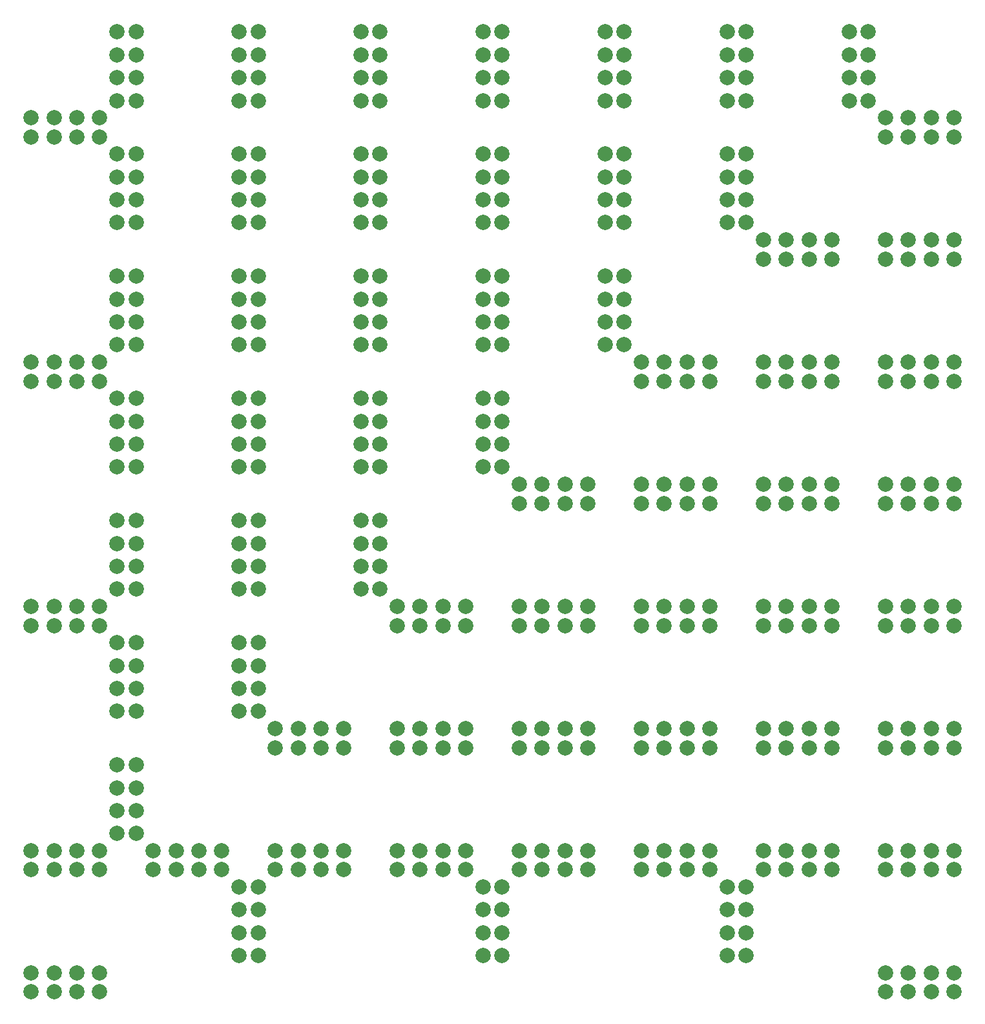
<source format=gbl>
G04 DipTrace 2.4.0.2*
%IN64xAPA102x16mm.gbl*%
%MOMM*%
%ADD17C,2.0*%
%FSLAX53Y53*%
G04*
G71*
G90*
G75*
G01*
%LNBottom*%
%LPD*%
D17*
X131500Y11250D3*
Y8750D3*
X128500Y11250D3*
Y8750D3*
X134500Y11250D3*
Y8750D3*
X125500Y11250D3*
Y8750D3*
X19500Y11250D3*
Y8750D3*
X16500Y11250D3*
Y8750D3*
X22500Y11250D3*
Y8750D3*
X13500Y11250D3*
Y8750D3*
X19500Y27250D3*
Y24750D3*
X16500Y27250D3*
Y24750D3*
X22500Y27250D3*
Y24750D3*
X13500Y27250D3*
Y24750D3*
X27250Y32500D3*
X24750D3*
X27250Y35500D3*
X24750D3*
X27250Y29500D3*
X24750D3*
X27250Y38500D3*
X24750D3*
X32500Y24750D3*
Y27250D3*
X35500Y24750D3*
Y27250D3*
X29500Y24750D3*
Y27250D3*
X38500Y24750D3*
Y27250D3*
X43250Y16500D3*
X40750D3*
X43250Y19500D3*
X40750D3*
X43250Y13500D3*
X40750D3*
X43250Y22500D3*
X40750D3*
X51500Y27250D3*
Y24750D3*
X48500Y27250D3*
Y24750D3*
X54500Y27250D3*
Y24750D3*
X45500Y27250D3*
Y24750D3*
X51500Y43250D3*
Y40750D3*
X48500Y43250D3*
Y40750D3*
X54500Y43250D3*
Y40750D3*
X45500Y43250D3*
Y40750D3*
X40750Y51500D3*
X43250D3*
X40750Y48500D3*
X43250D3*
X40750Y54500D3*
X43250D3*
X40750Y45500D3*
X43250D3*
X24750Y51500D3*
X27250D3*
X24750Y48500D3*
X27250D3*
X24750Y54500D3*
X27250D3*
X24750Y45500D3*
X27250D3*
X19500Y59250D3*
Y56750D3*
X16500Y59250D3*
Y56750D3*
X22500Y59250D3*
Y56750D3*
X13500Y59250D3*
Y56750D3*
X27250Y64500D3*
X24750D3*
X27250Y67500D3*
X24750D3*
X27250Y61500D3*
X24750D3*
X27250Y70500D3*
X24750D3*
X43250Y64500D3*
X40750D3*
X43250Y67500D3*
X40750D3*
X43250Y61500D3*
X40750D3*
X43250Y70500D3*
X40750D3*
X59250Y64500D3*
X56750D3*
X59250Y67500D3*
X56750D3*
X59250Y61500D3*
X56750D3*
X59250Y70500D3*
X56750D3*
X64500Y56750D3*
Y59250D3*
X67500Y56750D3*
Y59250D3*
X61500Y56750D3*
Y59250D3*
X70500Y56750D3*
Y59250D3*
X64500Y40750D3*
Y43250D3*
X67500Y40750D3*
Y43250D3*
X61500Y40750D3*
Y43250D3*
X70500Y40750D3*
Y43250D3*
X64500Y24750D3*
Y27250D3*
X67500Y24750D3*
Y27250D3*
X61500Y24750D3*
Y27250D3*
X70500Y24750D3*
Y27250D3*
X75250Y16500D3*
X72750D3*
X75250Y19500D3*
X72750D3*
X75250Y13500D3*
X72750D3*
X75250Y22500D3*
X72750D3*
X83500Y27250D3*
Y24750D3*
X80500Y27250D3*
Y24750D3*
X86500Y27250D3*
Y24750D3*
X77500Y27250D3*
Y24750D3*
X83500Y43250D3*
Y40750D3*
X80500Y43250D3*
Y40750D3*
X86500Y43250D3*
Y40750D3*
X77500Y43250D3*
Y40750D3*
X83500Y59250D3*
Y56750D3*
X80500Y59250D3*
Y56750D3*
X86500Y59250D3*
Y56750D3*
X77500Y59250D3*
Y56750D3*
X83500Y75250D3*
Y72750D3*
X80500Y75250D3*
Y72750D3*
X86500Y75250D3*
Y72750D3*
X77500Y75250D3*
Y72750D3*
X72750Y83500D3*
X75250D3*
X72750Y80500D3*
X75250D3*
X72750Y86500D3*
X75250D3*
X72750Y77500D3*
X75250D3*
X56750Y83500D3*
X59250D3*
X56750Y80500D3*
X59250D3*
X56750Y86500D3*
X59250D3*
X56750Y77500D3*
X59250D3*
X40750Y83500D3*
X43250D3*
X40750Y80500D3*
X43250D3*
X40750Y86500D3*
X43250D3*
X40750Y77500D3*
X43250D3*
X24750Y83500D3*
X27250D3*
X24750Y80500D3*
X27250D3*
X24750Y86500D3*
X27250D3*
X24750Y77500D3*
X27250D3*
X19500Y91250D3*
Y88750D3*
X16500Y91250D3*
Y88750D3*
X22500Y91250D3*
Y88750D3*
X13500Y91250D3*
Y88750D3*
X27250Y96500D3*
X24750D3*
X27250Y99500D3*
X24750D3*
X27250Y93500D3*
X24750D3*
X27250Y102500D3*
X24750D3*
X43250Y96500D3*
X40750D3*
X43250Y99500D3*
X40750D3*
X43250Y93500D3*
X40750D3*
X43250Y102500D3*
X40750D3*
X59250Y96500D3*
X56750D3*
X59250Y99500D3*
X56750D3*
X59250Y93500D3*
X56750D3*
X59250Y102500D3*
X56750D3*
X75250Y96500D3*
X72750D3*
X75250Y99500D3*
X72750D3*
X75250Y93500D3*
X72750D3*
X75250Y102500D3*
X72750D3*
X91250Y96500D3*
X88750D3*
X91250Y99500D3*
X88750D3*
X91250Y93500D3*
X88750D3*
X91250Y102500D3*
X88750D3*
X96500Y88750D3*
Y91250D3*
X99500Y88750D3*
Y91250D3*
X93500Y88750D3*
Y91250D3*
X102500Y88750D3*
Y91250D3*
X96500Y72750D3*
Y75250D3*
X99500Y72750D3*
Y75250D3*
X93500Y72750D3*
Y75250D3*
X102500Y72750D3*
Y75250D3*
X96500Y56750D3*
Y59250D3*
X99500Y56750D3*
Y59250D3*
X93500Y56750D3*
Y59250D3*
X102500Y56750D3*
Y59250D3*
X96500Y40750D3*
Y43250D3*
X99500Y40750D3*
Y43250D3*
X93500Y40750D3*
Y43250D3*
X102500Y40750D3*
Y43250D3*
X96500Y24750D3*
Y27250D3*
X99500Y24750D3*
Y27250D3*
X93500Y24750D3*
Y27250D3*
X102500Y24750D3*
Y27250D3*
X107250Y16500D3*
X104750D3*
X107250Y19500D3*
X104750D3*
X107250Y13500D3*
X104750D3*
X107250Y22500D3*
X104750D3*
X115500Y27250D3*
Y24750D3*
X112500Y27250D3*
Y24750D3*
X118500Y27250D3*
Y24750D3*
X109500Y27250D3*
Y24750D3*
X115500Y43250D3*
Y40750D3*
X112500Y43250D3*
Y40750D3*
X118500Y43250D3*
Y40750D3*
X109500Y43250D3*
Y40750D3*
X115500Y59250D3*
Y56750D3*
X112500Y59250D3*
Y56750D3*
X118500Y59250D3*
Y56750D3*
X109500Y59250D3*
Y56750D3*
X115500Y75250D3*
Y72750D3*
X112500Y75250D3*
Y72750D3*
X118500Y75250D3*
Y72750D3*
X109500Y75250D3*
Y72750D3*
X115500Y91250D3*
Y88750D3*
X112500Y91250D3*
Y88750D3*
X118500Y91250D3*
Y88750D3*
X109500Y91250D3*
Y88750D3*
X115500Y107250D3*
Y104750D3*
X112500Y107250D3*
Y104750D3*
X118500Y107250D3*
Y104750D3*
X109500Y107250D3*
Y104750D3*
X104750Y115500D3*
X107250D3*
X104750Y112500D3*
X107250D3*
X104750Y118500D3*
X107250D3*
X104750Y109500D3*
X107250D3*
X88750Y115500D3*
X91250D3*
X88750Y112500D3*
X91250D3*
X88750Y118500D3*
X91250D3*
X88750Y109500D3*
X91250D3*
X72750Y115500D3*
X75250D3*
X72750Y112500D3*
X75250D3*
X72750Y118500D3*
X75250D3*
X72750Y109500D3*
X75250D3*
X56750Y115500D3*
X59250D3*
X56750Y112500D3*
X59250D3*
X56750Y118500D3*
X59250D3*
X56750Y109500D3*
X59250D3*
X40750Y115500D3*
X43250D3*
X40750Y112500D3*
X43250D3*
X40750Y118500D3*
X43250D3*
X40750Y109500D3*
X43250D3*
X24750Y115500D3*
X27250D3*
X24750Y112500D3*
X27250D3*
X24750Y118500D3*
X27250D3*
X24750Y109500D3*
X27250D3*
X19500Y123250D3*
Y120750D3*
X16500Y123250D3*
Y120750D3*
X22500Y123250D3*
Y120750D3*
X13500Y123250D3*
Y120750D3*
X27250Y128500D3*
X24750D3*
X27250Y131500D3*
X24750D3*
X27250Y125500D3*
X24750D3*
X27250Y134500D3*
X24750D3*
X43250Y128500D3*
X40750D3*
X43250Y131500D3*
X40750D3*
X43250Y125500D3*
X40750D3*
X43250Y134500D3*
X40750D3*
X59250Y128500D3*
X56750D3*
X59250Y131500D3*
X56750D3*
X59250Y125500D3*
X56750D3*
X59250Y134500D3*
X56750D3*
X75250Y128500D3*
X72750D3*
X75250Y131500D3*
X72750D3*
X75250Y125500D3*
X72750D3*
X75250Y134500D3*
X72750D3*
X91250Y128500D3*
X88750D3*
X91250Y131500D3*
X88750D3*
X91250Y125500D3*
X88750D3*
X91250Y134500D3*
X88750D3*
X107250Y128500D3*
X104750D3*
X107250Y131500D3*
X104750D3*
X107250Y125500D3*
X104750D3*
X107250Y134500D3*
X104750D3*
X123250Y128500D3*
X120750D3*
X123250Y131500D3*
X120750D3*
X123250Y125500D3*
X120750D3*
X123250Y134500D3*
X120750D3*
X128500Y120750D3*
Y123250D3*
X131500Y120750D3*
Y123250D3*
X125500Y120750D3*
Y123250D3*
X134500Y120750D3*
Y123250D3*
X128500Y104750D3*
Y107250D3*
X131500Y104750D3*
Y107250D3*
X125500Y104750D3*
Y107250D3*
X134500Y104750D3*
Y107250D3*
X128500Y88750D3*
Y91250D3*
X131500Y88750D3*
Y91250D3*
X125500Y88750D3*
Y91250D3*
X134500Y88750D3*
Y91250D3*
X128500Y72750D3*
Y75250D3*
X131500Y72750D3*
Y75250D3*
X125500Y72750D3*
Y75250D3*
X134500Y72750D3*
Y75250D3*
X128500Y56750D3*
Y59250D3*
X131500Y56750D3*
Y59250D3*
X125500Y56750D3*
Y59250D3*
X134500Y56750D3*
Y59250D3*
X128500Y40750D3*
Y43250D3*
X131500Y40750D3*
Y43250D3*
X125500Y40750D3*
Y43250D3*
X134500Y40750D3*
Y43250D3*
X128500Y24750D3*
Y27250D3*
X131500Y24750D3*
Y27250D3*
X125500Y24750D3*
Y27250D3*
X134500Y24750D3*
Y27250D3*
M02*

</source>
